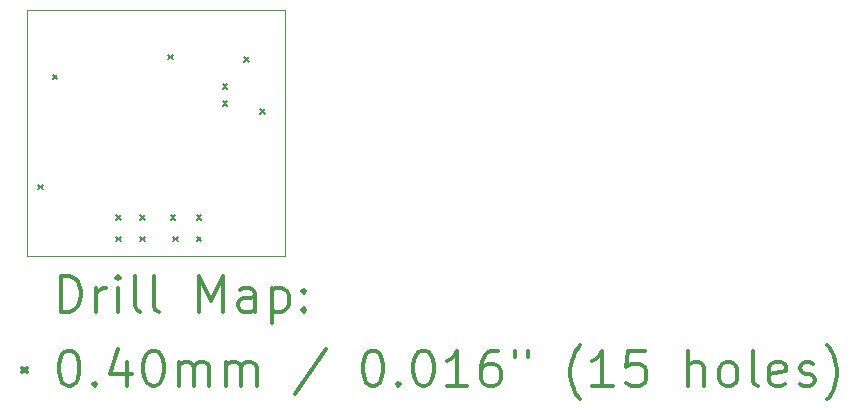
<source format=gbr>
%FSLAX45Y45*%
G04 Gerber Fmt 4.5, Leading zero omitted, Abs format (unit mm)*
G04 Created by KiCad (PCBNEW 5.1.4) date 2020-01-07 12:57:48*
%MOMM*%
%LPD*%
G04 APERTURE LIST*
%ADD10C,0.050000*%
%ADD11C,0.200000*%
%ADD12C,0.300000*%
G04 APERTURE END LIST*
D10*
X10718800Y-5029200D02*
X10718800Y-7112000D01*
X12903200Y-5029200D02*
X10718800Y-5029200D01*
X12903200Y-7112000D02*
X12903200Y-5029200D01*
X10718800Y-7112000D02*
X12903200Y-7112000D01*
D11*
X10813000Y-6505500D02*
X10853000Y-6545500D01*
X10853000Y-6505500D02*
X10813000Y-6545500D01*
X10933000Y-5575500D02*
X10973000Y-5615500D01*
X10973000Y-5575500D02*
X10933000Y-5615500D01*
X11473000Y-6765500D02*
X11513000Y-6805500D01*
X11513000Y-6765500D02*
X11473000Y-6805500D01*
X11473000Y-6945500D02*
X11513000Y-6985500D01*
X11513000Y-6945500D02*
X11473000Y-6985500D01*
X11673000Y-6765500D02*
X11713000Y-6805500D01*
X11713000Y-6765500D02*
X11673000Y-6805500D01*
X11673000Y-6945500D02*
X11713000Y-6985500D01*
X11713000Y-6945500D02*
X11673000Y-6985500D01*
X11913000Y-5405500D02*
X11953000Y-5445500D01*
X11953000Y-5405500D02*
X11913000Y-5445500D01*
X11933000Y-6765500D02*
X11973000Y-6805500D01*
X11973000Y-6765500D02*
X11933000Y-6805500D01*
X11953000Y-6945500D02*
X11993000Y-6985500D01*
X11993000Y-6945500D02*
X11953000Y-6985500D01*
X12153000Y-6765500D02*
X12193000Y-6805500D01*
X12193000Y-6765500D02*
X12153000Y-6805500D01*
X12153000Y-6945500D02*
X12193000Y-6985500D01*
X12193000Y-6945500D02*
X12153000Y-6985500D01*
X12373000Y-5653000D02*
X12413000Y-5693000D01*
X12413000Y-5653000D02*
X12373000Y-5693000D01*
X12373000Y-5798000D02*
X12413000Y-5838000D01*
X12413000Y-5798000D02*
X12373000Y-5838000D01*
X12553000Y-5425500D02*
X12593000Y-5465500D01*
X12593000Y-5425500D02*
X12553000Y-5465500D01*
X12691750Y-5864250D02*
X12731750Y-5904250D01*
X12731750Y-5864250D02*
X12691750Y-5904250D01*
D12*
X11002728Y-7580214D02*
X11002728Y-7280214D01*
X11074157Y-7280214D01*
X11117014Y-7294500D01*
X11145586Y-7323071D01*
X11159871Y-7351643D01*
X11174157Y-7408786D01*
X11174157Y-7451643D01*
X11159871Y-7508786D01*
X11145586Y-7537357D01*
X11117014Y-7565929D01*
X11074157Y-7580214D01*
X11002728Y-7580214D01*
X11302728Y-7580214D02*
X11302728Y-7380214D01*
X11302728Y-7437357D02*
X11317014Y-7408786D01*
X11331300Y-7394500D01*
X11359871Y-7380214D01*
X11388443Y-7380214D01*
X11488443Y-7580214D02*
X11488443Y-7380214D01*
X11488443Y-7280214D02*
X11474157Y-7294500D01*
X11488443Y-7308786D01*
X11502728Y-7294500D01*
X11488443Y-7280214D01*
X11488443Y-7308786D01*
X11674157Y-7580214D02*
X11645586Y-7565929D01*
X11631300Y-7537357D01*
X11631300Y-7280214D01*
X11831300Y-7580214D02*
X11802728Y-7565929D01*
X11788443Y-7537357D01*
X11788443Y-7280214D01*
X12174157Y-7580214D02*
X12174157Y-7280214D01*
X12274157Y-7494500D01*
X12374157Y-7280214D01*
X12374157Y-7580214D01*
X12645586Y-7580214D02*
X12645586Y-7423071D01*
X12631300Y-7394500D01*
X12602728Y-7380214D01*
X12545586Y-7380214D01*
X12517014Y-7394500D01*
X12645586Y-7565929D02*
X12617014Y-7580214D01*
X12545586Y-7580214D01*
X12517014Y-7565929D01*
X12502728Y-7537357D01*
X12502728Y-7508786D01*
X12517014Y-7480214D01*
X12545586Y-7465929D01*
X12617014Y-7465929D01*
X12645586Y-7451643D01*
X12788443Y-7380214D02*
X12788443Y-7680214D01*
X12788443Y-7394500D02*
X12817014Y-7380214D01*
X12874157Y-7380214D01*
X12902728Y-7394500D01*
X12917014Y-7408786D01*
X12931300Y-7437357D01*
X12931300Y-7523071D01*
X12917014Y-7551643D01*
X12902728Y-7565929D01*
X12874157Y-7580214D01*
X12817014Y-7580214D01*
X12788443Y-7565929D01*
X13059871Y-7551643D02*
X13074157Y-7565929D01*
X13059871Y-7580214D01*
X13045586Y-7565929D01*
X13059871Y-7551643D01*
X13059871Y-7580214D01*
X13059871Y-7394500D02*
X13074157Y-7408786D01*
X13059871Y-7423071D01*
X13045586Y-7408786D01*
X13059871Y-7394500D01*
X13059871Y-7423071D01*
X10676300Y-8054500D02*
X10716300Y-8094500D01*
X10716300Y-8054500D02*
X10676300Y-8094500D01*
X11059871Y-7910214D02*
X11088443Y-7910214D01*
X11117014Y-7924500D01*
X11131300Y-7938786D01*
X11145586Y-7967357D01*
X11159871Y-8024500D01*
X11159871Y-8095929D01*
X11145586Y-8153071D01*
X11131300Y-8181643D01*
X11117014Y-8195929D01*
X11088443Y-8210214D01*
X11059871Y-8210214D01*
X11031300Y-8195929D01*
X11017014Y-8181643D01*
X11002728Y-8153071D01*
X10988443Y-8095929D01*
X10988443Y-8024500D01*
X11002728Y-7967357D01*
X11017014Y-7938786D01*
X11031300Y-7924500D01*
X11059871Y-7910214D01*
X11288443Y-8181643D02*
X11302728Y-8195929D01*
X11288443Y-8210214D01*
X11274157Y-8195929D01*
X11288443Y-8181643D01*
X11288443Y-8210214D01*
X11559871Y-8010214D02*
X11559871Y-8210214D01*
X11488443Y-7895929D02*
X11417014Y-8110214D01*
X11602728Y-8110214D01*
X11774157Y-7910214D02*
X11802728Y-7910214D01*
X11831300Y-7924500D01*
X11845586Y-7938786D01*
X11859871Y-7967357D01*
X11874157Y-8024500D01*
X11874157Y-8095929D01*
X11859871Y-8153071D01*
X11845586Y-8181643D01*
X11831300Y-8195929D01*
X11802728Y-8210214D01*
X11774157Y-8210214D01*
X11745586Y-8195929D01*
X11731300Y-8181643D01*
X11717014Y-8153071D01*
X11702728Y-8095929D01*
X11702728Y-8024500D01*
X11717014Y-7967357D01*
X11731300Y-7938786D01*
X11745586Y-7924500D01*
X11774157Y-7910214D01*
X12002728Y-8210214D02*
X12002728Y-8010214D01*
X12002728Y-8038786D02*
X12017014Y-8024500D01*
X12045586Y-8010214D01*
X12088443Y-8010214D01*
X12117014Y-8024500D01*
X12131300Y-8053071D01*
X12131300Y-8210214D01*
X12131300Y-8053071D02*
X12145586Y-8024500D01*
X12174157Y-8010214D01*
X12217014Y-8010214D01*
X12245586Y-8024500D01*
X12259871Y-8053071D01*
X12259871Y-8210214D01*
X12402728Y-8210214D02*
X12402728Y-8010214D01*
X12402728Y-8038786D02*
X12417014Y-8024500D01*
X12445586Y-8010214D01*
X12488443Y-8010214D01*
X12517014Y-8024500D01*
X12531300Y-8053071D01*
X12531300Y-8210214D01*
X12531300Y-8053071D02*
X12545586Y-8024500D01*
X12574157Y-8010214D01*
X12617014Y-8010214D01*
X12645586Y-8024500D01*
X12659871Y-8053071D01*
X12659871Y-8210214D01*
X13245586Y-7895929D02*
X12988443Y-8281643D01*
X13631300Y-7910214D02*
X13659871Y-7910214D01*
X13688443Y-7924500D01*
X13702728Y-7938786D01*
X13717014Y-7967357D01*
X13731300Y-8024500D01*
X13731300Y-8095929D01*
X13717014Y-8153071D01*
X13702728Y-8181643D01*
X13688443Y-8195929D01*
X13659871Y-8210214D01*
X13631300Y-8210214D01*
X13602728Y-8195929D01*
X13588443Y-8181643D01*
X13574157Y-8153071D01*
X13559871Y-8095929D01*
X13559871Y-8024500D01*
X13574157Y-7967357D01*
X13588443Y-7938786D01*
X13602728Y-7924500D01*
X13631300Y-7910214D01*
X13859871Y-8181643D02*
X13874157Y-8195929D01*
X13859871Y-8210214D01*
X13845586Y-8195929D01*
X13859871Y-8181643D01*
X13859871Y-8210214D01*
X14059871Y-7910214D02*
X14088443Y-7910214D01*
X14117014Y-7924500D01*
X14131300Y-7938786D01*
X14145586Y-7967357D01*
X14159871Y-8024500D01*
X14159871Y-8095929D01*
X14145586Y-8153071D01*
X14131300Y-8181643D01*
X14117014Y-8195929D01*
X14088443Y-8210214D01*
X14059871Y-8210214D01*
X14031300Y-8195929D01*
X14017014Y-8181643D01*
X14002728Y-8153071D01*
X13988443Y-8095929D01*
X13988443Y-8024500D01*
X14002728Y-7967357D01*
X14017014Y-7938786D01*
X14031300Y-7924500D01*
X14059871Y-7910214D01*
X14445586Y-8210214D02*
X14274157Y-8210214D01*
X14359871Y-8210214D02*
X14359871Y-7910214D01*
X14331300Y-7953071D01*
X14302728Y-7981643D01*
X14274157Y-7995929D01*
X14702728Y-7910214D02*
X14645586Y-7910214D01*
X14617014Y-7924500D01*
X14602728Y-7938786D01*
X14574157Y-7981643D01*
X14559871Y-8038786D01*
X14559871Y-8153071D01*
X14574157Y-8181643D01*
X14588443Y-8195929D01*
X14617014Y-8210214D01*
X14674157Y-8210214D01*
X14702728Y-8195929D01*
X14717014Y-8181643D01*
X14731300Y-8153071D01*
X14731300Y-8081643D01*
X14717014Y-8053071D01*
X14702728Y-8038786D01*
X14674157Y-8024500D01*
X14617014Y-8024500D01*
X14588443Y-8038786D01*
X14574157Y-8053071D01*
X14559871Y-8081643D01*
X14845586Y-7910214D02*
X14845586Y-7967357D01*
X14959871Y-7910214D02*
X14959871Y-7967357D01*
X15402728Y-8324500D02*
X15388443Y-8310214D01*
X15359871Y-8267357D01*
X15345586Y-8238786D01*
X15331300Y-8195929D01*
X15317014Y-8124500D01*
X15317014Y-8067357D01*
X15331300Y-7995929D01*
X15345586Y-7953071D01*
X15359871Y-7924500D01*
X15388443Y-7881643D01*
X15402728Y-7867357D01*
X15674157Y-8210214D02*
X15502728Y-8210214D01*
X15588443Y-8210214D02*
X15588443Y-7910214D01*
X15559871Y-7953071D01*
X15531300Y-7981643D01*
X15502728Y-7995929D01*
X15945586Y-7910214D02*
X15802728Y-7910214D01*
X15788443Y-8053071D01*
X15802728Y-8038786D01*
X15831300Y-8024500D01*
X15902728Y-8024500D01*
X15931300Y-8038786D01*
X15945586Y-8053071D01*
X15959871Y-8081643D01*
X15959871Y-8153071D01*
X15945586Y-8181643D01*
X15931300Y-8195929D01*
X15902728Y-8210214D01*
X15831300Y-8210214D01*
X15802728Y-8195929D01*
X15788443Y-8181643D01*
X16317014Y-8210214D02*
X16317014Y-7910214D01*
X16445586Y-8210214D02*
X16445586Y-8053071D01*
X16431300Y-8024500D01*
X16402728Y-8010214D01*
X16359871Y-8010214D01*
X16331300Y-8024500D01*
X16317014Y-8038786D01*
X16631300Y-8210214D02*
X16602728Y-8195929D01*
X16588443Y-8181643D01*
X16574157Y-8153071D01*
X16574157Y-8067357D01*
X16588443Y-8038786D01*
X16602728Y-8024500D01*
X16631300Y-8010214D01*
X16674157Y-8010214D01*
X16702728Y-8024500D01*
X16717014Y-8038786D01*
X16731300Y-8067357D01*
X16731300Y-8153071D01*
X16717014Y-8181643D01*
X16702728Y-8195929D01*
X16674157Y-8210214D01*
X16631300Y-8210214D01*
X16902728Y-8210214D02*
X16874157Y-8195929D01*
X16859871Y-8167357D01*
X16859871Y-7910214D01*
X17131300Y-8195929D02*
X17102728Y-8210214D01*
X17045586Y-8210214D01*
X17017014Y-8195929D01*
X17002728Y-8167357D01*
X17002728Y-8053071D01*
X17017014Y-8024500D01*
X17045586Y-8010214D01*
X17102728Y-8010214D01*
X17131300Y-8024500D01*
X17145586Y-8053071D01*
X17145586Y-8081643D01*
X17002728Y-8110214D01*
X17259871Y-8195929D02*
X17288443Y-8210214D01*
X17345586Y-8210214D01*
X17374157Y-8195929D01*
X17388443Y-8167357D01*
X17388443Y-8153071D01*
X17374157Y-8124500D01*
X17345586Y-8110214D01*
X17302728Y-8110214D01*
X17274157Y-8095929D01*
X17259871Y-8067357D01*
X17259871Y-8053071D01*
X17274157Y-8024500D01*
X17302728Y-8010214D01*
X17345586Y-8010214D01*
X17374157Y-8024500D01*
X17488443Y-8324500D02*
X17502728Y-8310214D01*
X17531300Y-8267357D01*
X17545586Y-8238786D01*
X17559871Y-8195929D01*
X17574157Y-8124500D01*
X17574157Y-8067357D01*
X17559871Y-7995929D01*
X17545586Y-7953071D01*
X17531300Y-7924500D01*
X17502728Y-7881643D01*
X17488443Y-7867357D01*
M02*

</source>
